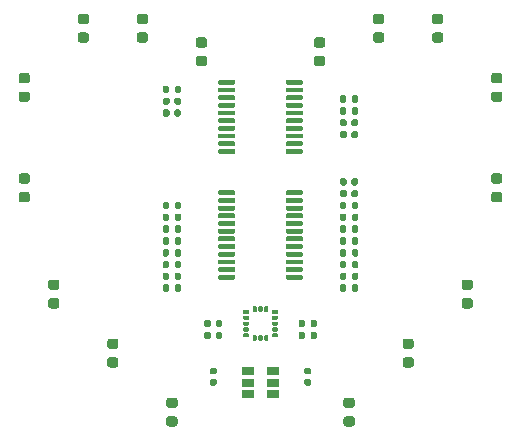
<source format=gbr>
%TF.GenerationSoftware,KiCad,Pcbnew,(5.1.9)-1*%
%TF.CreationDate,2021-12-27T23:36:38+01:00*%
%TF.ProjectId,heart,68656172-742e-46b6-9963-61645f706362,rev?*%
%TF.SameCoordinates,Original*%
%TF.FileFunction,Paste,Top*%
%TF.FilePolarity,Positive*%
%FSLAX46Y46*%
G04 Gerber Fmt 4.6, Leading zero omitted, Abs format (unit mm)*
G04 Created by KiCad (PCBNEW (5.1.9)-1) date 2021-12-27 23:36:38*
%MOMM*%
%LPD*%
G01*
G04 APERTURE LIST*
%ADD10R,1.060000X0.650000*%
G04 APERTURE END LIST*
%TO.C,U2*%
G36*
G01*
X52125000Y-74025000D02*
X52125000Y-73825000D01*
G75*
G02*
X52225000Y-73725000I100000J0D01*
G01*
X53500000Y-73725000D01*
G75*
G02*
X53600000Y-73825000I0J-100000D01*
G01*
X53600000Y-74025000D01*
G75*
G02*
X53500000Y-74125000I-100000J0D01*
G01*
X52225000Y-74125000D01*
G75*
G02*
X52125000Y-74025000I0J100000D01*
G01*
G37*
G36*
G01*
X52125000Y-74675000D02*
X52125000Y-74475000D01*
G75*
G02*
X52225000Y-74375000I100000J0D01*
G01*
X53500000Y-74375000D01*
G75*
G02*
X53600000Y-74475000I0J-100000D01*
G01*
X53600000Y-74675000D01*
G75*
G02*
X53500000Y-74775000I-100000J0D01*
G01*
X52225000Y-74775000D01*
G75*
G02*
X52125000Y-74675000I0J100000D01*
G01*
G37*
G36*
G01*
X52125000Y-75325000D02*
X52125000Y-75125000D01*
G75*
G02*
X52225000Y-75025000I100000J0D01*
G01*
X53500000Y-75025000D01*
G75*
G02*
X53600000Y-75125000I0J-100000D01*
G01*
X53600000Y-75325000D01*
G75*
G02*
X53500000Y-75425000I-100000J0D01*
G01*
X52225000Y-75425000D01*
G75*
G02*
X52125000Y-75325000I0J100000D01*
G01*
G37*
G36*
G01*
X52125000Y-75975000D02*
X52125000Y-75775000D01*
G75*
G02*
X52225000Y-75675000I100000J0D01*
G01*
X53500000Y-75675000D01*
G75*
G02*
X53600000Y-75775000I0J-100000D01*
G01*
X53600000Y-75975000D01*
G75*
G02*
X53500000Y-76075000I-100000J0D01*
G01*
X52225000Y-76075000D01*
G75*
G02*
X52125000Y-75975000I0J100000D01*
G01*
G37*
G36*
G01*
X52125000Y-76625000D02*
X52125000Y-76425000D01*
G75*
G02*
X52225000Y-76325000I100000J0D01*
G01*
X53500000Y-76325000D01*
G75*
G02*
X53600000Y-76425000I0J-100000D01*
G01*
X53600000Y-76625000D01*
G75*
G02*
X53500000Y-76725000I-100000J0D01*
G01*
X52225000Y-76725000D01*
G75*
G02*
X52125000Y-76625000I0J100000D01*
G01*
G37*
G36*
G01*
X52125000Y-77275000D02*
X52125000Y-77075000D01*
G75*
G02*
X52225000Y-76975000I100000J0D01*
G01*
X53500000Y-76975000D01*
G75*
G02*
X53600000Y-77075000I0J-100000D01*
G01*
X53600000Y-77275000D01*
G75*
G02*
X53500000Y-77375000I-100000J0D01*
G01*
X52225000Y-77375000D01*
G75*
G02*
X52125000Y-77275000I0J100000D01*
G01*
G37*
G36*
G01*
X52125000Y-77925000D02*
X52125000Y-77725000D01*
G75*
G02*
X52225000Y-77625000I100000J0D01*
G01*
X53500000Y-77625000D01*
G75*
G02*
X53600000Y-77725000I0J-100000D01*
G01*
X53600000Y-77925000D01*
G75*
G02*
X53500000Y-78025000I-100000J0D01*
G01*
X52225000Y-78025000D01*
G75*
G02*
X52125000Y-77925000I0J100000D01*
G01*
G37*
G36*
G01*
X52125000Y-78575000D02*
X52125000Y-78375000D01*
G75*
G02*
X52225000Y-78275000I100000J0D01*
G01*
X53500000Y-78275000D01*
G75*
G02*
X53600000Y-78375000I0J-100000D01*
G01*
X53600000Y-78575000D01*
G75*
G02*
X53500000Y-78675000I-100000J0D01*
G01*
X52225000Y-78675000D01*
G75*
G02*
X52125000Y-78575000I0J100000D01*
G01*
G37*
G36*
G01*
X52125000Y-79225000D02*
X52125000Y-79025000D01*
G75*
G02*
X52225000Y-78925000I100000J0D01*
G01*
X53500000Y-78925000D01*
G75*
G02*
X53600000Y-79025000I0J-100000D01*
G01*
X53600000Y-79225000D01*
G75*
G02*
X53500000Y-79325000I-100000J0D01*
G01*
X52225000Y-79325000D01*
G75*
G02*
X52125000Y-79225000I0J100000D01*
G01*
G37*
G36*
G01*
X52125000Y-79875000D02*
X52125000Y-79675000D01*
G75*
G02*
X52225000Y-79575000I100000J0D01*
G01*
X53500000Y-79575000D01*
G75*
G02*
X53600000Y-79675000I0J-100000D01*
G01*
X53600000Y-79875000D01*
G75*
G02*
X53500000Y-79975000I-100000J0D01*
G01*
X52225000Y-79975000D01*
G75*
G02*
X52125000Y-79875000I0J100000D01*
G01*
G37*
G36*
G01*
X52125000Y-80525000D02*
X52125000Y-80325000D01*
G75*
G02*
X52225000Y-80225000I100000J0D01*
G01*
X53500000Y-80225000D01*
G75*
G02*
X53600000Y-80325000I0J-100000D01*
G01*
X53600000Y-80525000D01*
G75*
G02*
X53500000Y-80625000I-100000J0D01*
G01*
X52225000Y-80625000D01*
G75*
G02*
X52125000Y-80525000I0J100000D01*
G01*
G37*
G36*
G01*
X52125000Y-81175000D02*
X52125000Y-80975000D01*
G75*
G02*
X52225000Y-80875000I100000J0D01*
G01*
X53500000Y-80875000D01*
G75*
G02*
X53600000Y-80975000I0J-100000D01*
G01*
X53600000Y-81175000D01*
G75*
G02*
X53500000Y-81275000I-100000J0D01*
G01*
X52225000Y-81275000D01*
G75*
G02*
X52125000Y-81175000I0J100000D01*
G01*
G37*
G36*
G01*
X46400000Y-81175000D02*
X46400000Y-80975000D01*
G75*
G02*
X46500000Y-80875000I100000J0D01*
G01*
X47775000Y-80875000D01*
G75*
G02*
X47875000Y-80975000I0J-100000D01*
G01*
X47875000Y-81175000D01*
G75*
G02*
X47775000Y-81275000I-100000J0D01*
G01*
X46500000Y-81275000D01*
G75*
G02*
X46400000Y-81175000I0J100000D01*
G01*
G37*
G36*
G01*
X46400000Y-80525000D02*
X46400000Y-80325000D01*
G75*
G02*
X46500000Y-80225000I100000J0D01*
G01*
X47775000Y-80225000D01*
G75*
G02*
X47875000Y-80325000I0J-100000D01*
G01*
X47875000Y-80525000D01*
G75*
G02*
X47775000Y-80625000I-100000J0D01*
G01*
X46500000Y-80625000D01*
G75*
G02*
X46400000Y-80525000I0J100000D01*
G01*
G37*
G36*
G01*
X46400000Y-79875000D02*
X46400000Y-79675000D01*
G75*
G02*
X46500000Y-79575000I100000J0D01*
G01*
X47775000Y-79575000D01*
G75*
G02*
X47875000Y-79675000I0J-100000D01*
G01*
X47875000Y-79875000D01*
G75*
G02*
X47775000Y-79975000I-100000J0D01*
G01*
X46500000Y-79975000D01*
G75*
G02*
X46400000Y-79875000I0J100000D01*
G01*
G37*
G36*
G01*
X46400000Y-79225000D02*
X46400000Y-79025000D01*
G75*
G02*
X46500000Y-78925000I100000J0D01*
G01*
X47775000Y-78925000D01*
G75*
G02*
X47875000Y-79025000I0J-100000D01*
G01*
X47875000Y-79225000D01*
G75*
G02*
X47775000Y-79325000I-100000J0D01*
G01*
X46500000Y-79325000D01*
G75*
G02*
X46400000Y-79225000I0J100000D01*
G01*
G37*
G36*
G01*
X46400000Y-78575000D02*
X46400000Y-78375000D01*
G75*
G02*
X46500000Y-78275000I100000J0D01*
G01*
X47775000Y-78275000D01*
G75*
G02*
X47875000Y-78375000I0J-100000D01*
G01*
X47875000Y-78575000D01*
G75*
G02*
X47775000Y-78675000I-100000J0D01*
G01*
X46500000Y-78675000D01*
G75*
G02*
X46400000Y-78575000I0J100000D01*
G01*
G37*
G36*
G01*
X46400000Y-77925000D02*
X46400000Y-77725000D01*
G75*
G02*
X46500000Y-77625000I100000J0D01*
G01*
X47775000Y-77625000D01*
G75*
G02*
X47875000Y-77725000I0J-100000D01*
G01*
X47875000Y-77925000D01*
G75*
G02*
X47775000Y-78025000I-100000J0D01*
G01*
X46500000Y-78025000D01*
G75*
G02*
X46400000Y-77925000I0J100000D01*
G01*
G37*
G36*
G01*
X46400000Y-77275000D02*
X46400000Y-77075000D01*
G75*
G02*
X46500000Y-76975000I100000J0D01*
G01*
X47775000Y-76975000D01*
G75*
G02*
X47875000Y-77075000I0J-100000D01*
G01*
X47875000Y-77275000D01*
G75*
G02*
X47775000Y-77375000I-100000J0D01*
G01*
X46500000Y-77375000D01*
G75*
G02*
X46400000Y-77275000I0J100000D01*
G01*
G37*
G36*
G01*
X46400000Y-76625000D02*
X46400000Y-76425000D01*
G75*
G02*
X46500000Y-76325000I100000J0D01*
G01*
X47775000Y-76325000D01*
G75*
G02*
X47875000Y-76425000I0J-100000D01*
G01*
X47875000Y-76625000D01*
G75*
G02*
X47775000Y-76725000I-100000J0D01*
G01*
X46500000Y-76725000D01*
G75*
G02*
X46400000Y-76625000I0J100000D01*
G01*
G37*
G36*
G01*
X46400000Y-75975000D02*
X46400000Y-75775000D01*
G75*
G02*
X46500000Y-75675000I100000J0D01*
G01*
X47775000Y-75675000D01*
G75*
G02*
X47875000Y-75775000I0J-100000D01*
G01*
X47875000Y-75975000D01*
G75*
G02*
X47775000Y-76075000I-100000J0D01*
G01*
X46500000Y-76075000D01*
G75*
G02*
X46400000Y-75975000I0J100000D01*
G01*
G37*
G36*
G01*
X46400000Y-75325000D02*
X46400000Y-75125000D01*
G75*
G02*
X46500000Y-75025000I100000J0D01*
G01*
X47775000Y-75025000D01*
G75*
G02*
X47875000Y-75125000I0J-100000D01*
G01*
X47875000Y-75325000D01*
G75*
G02*
X47775000Y-75425000I-100000J0D01*
G01*
X46500000Y-75425000D01*
G75*
G02*
X46400000Y-75325000I0J100000D01*
G01*
G37*
G36*
G01*
X46400000Y-74675000D02*
X46400000Y-74475000D01*
G75*
G02*
X46500000Y-74375000I100000J0D01*
G01*
X47775000Y-74375000D01*
G75*
G02*
X47875000Y-74475000I0J-100000D01*
G01*
X47875000Y-74675000D01*
G75*
G02*
X47775000Y-74775000I-100000J0D01*
G01*
X46500000Y-74775000D01*
G75*
G02*
X46400000Y-74675000I0J100000D01*
G01*
G37*
G36*
G01*
X46400000Y-74025000D02*
X46400000Y-73825000D01*
G75*
G02*
X46500000Y-73725000I100000J0D01*
G01*
X47775000Y-73725000D01*
G75*
G02*
X47875000Y-73825000I0J-100000D01*
G01*
X47875000Y-74025000D01*
G75*
G02*
X47775000Y-74125000I-100000J0D01*
G01*
X46500000Y-74125000D01*
G75*
G02*
X46400000Y-74025000I0J100000D01*
G01*
G37*
%TD*%
D10*
%TO.C,U4*%
X51100000Y-90000000D03*
X51100000Y-89050000D03*
X51100000Y-90950000D03*
X48900000Y-90950000D03*
X48900000Y-90000000D03*
X48900000Y-89050000D03*
%TD*%
%TO.C,C11*%
G36*
G01*
X46170000Y-89300000D02*
X45830000Y-89300000D01*
G75*
G02*
X45690000Y-89160000I0J140000D01*
G01*
X45690000Y-88880000D01*
G75*
G02*
X45830000Y-88740000I140000J0D01*
G01*
X46170000Y-88740000D01*
G75*
G02*
X46310000Y-88880000I0J-140000D01*
G01*
X46310000Y-89160000D01*
G75*
G02*
X46170000Y-89300000I-140000J0D01*
G01*
G37*
G36*
G01*
X46170000Y-90260000D02*
X45830000Y-90260000D01*
G75*
G02*
X45690000Y-90120000I0J140000D01*
G01*
X45690000Y-89840000D01*
G75*
G02*
X45830000Y-89700000I140000J0D01*
G01*
X46170000Y-89700000D01*
G75*
G02*
X46310000Y-89840000I0J-140000D01*
G01*
X46310000Y-90120000D01*
G75*
G02*
X46170000Y-90260000I-140000J0D01*
G01*
G37*
%TD*%
%TO.C,C10*%
G36*
G01*
X54170000Y-89300000D02*
X53830000Y-89300000D01*
G75*
G02*
X53690000Y-89160000I0J140000D01*
G01*
X53690000Y-88880000D01*
G75*
G02*
X53830000Y-88740000I140000J0D01*
G01*
X54170000Y-88740000D01*
G75*
G02*
X54310000Y-88880000I0J-140000D01*
G01*
X54310000Y-89160000D01*
G75*
G02*
X54170000Y-89300000I-140000J0D01*
G01*
G37*
G36*
G01*
X54170000Y-90260000D02*
X53830000Y-90260000D01*
G75*
G02*
X53690000Y-90120000I0J140000D01*
G01*
X53690000Y-89840000D01*
G75*
G02*
X53830000Y-89700000I140000J0D01*
G01*
X54170000Y-89700000D01*
G75*
G02*
X54310000Y-89840000I0J-140000D01*
G01*
X54310000Y-90120000D01*
G75*
G02*
X54170000Y-90260000I-140000J0D01*
G01*
G37*
%TD*%
%TO.C,D4*%
G36*
G01*
X30256250Y-73150000D02*
X29743750Y-73150000D01*
G75*
G02*
X29525000Y-72931250I0J218750D01*
G01*
X29525000Y-72493750D01*
G75*
G02*
X29743750Y-72275000I218750J0D01*
G01*
X30256250Y-72275000D01*
G75*
G02*
X30475000Y-72493750I0J-218750D01*
G01*
X30475000Y-72931250D01*
G75*
G02*
X30256250Y-73150000I-218750J0D01*
G01*
G37*
G36*
G01*
X30256250Y-74725000D02*
X29743750Y-74725000D01*
G75*
G02*
X29525000Y-74506250I0J218750D01*
G01*
X29525000Y-74068750D01*
G75*
G02*
X29743750Y-73850000I218750J0D01*
G01*
X30256250Y-73850000D01*
G75*
G02*
X30475000Y-74068750I0J-218750D01*
G01*
X30475000Y-74506250D01*
G75*
G02*
X30256250Y-74725000I-218750J0D01*
G01*
G37*
%TD*%
%TO.C,D7*%
G36*
G01*
X42756250Y-92150000D02*
X42243750Y-92150000D01*
G75*
G02*
X42025000Y-91931250I0J218750D01*
G01*
X42025000Y-91493750D01*
G75*
G02*
X42243750Y-91275000I218750J0D01*
G01*
X42756250Y-91275000D01*
G75*
G02*
X42975000Y-91493750I0J-218750D01*
G01*
X42975000Y-91931250D01*
G75*
G02*
X42756250Y-92150000I-218750J0D01*
G01*
G37*
G36*
G01*
X42756250Y-93725000D02*
X42243750Y-93725000D01*
G75*
G02*
X42025000Y-93506250I0J218750D01*
G01*
X42025000Y-93068750D01*
G75*
G02*
X42243750Y-92850000I218750J0D01*
G01*
X42756250Y-92850000D01*
G75*
G02*
X42975000Y-93068750I0J-218750D01*
G01*
X42975000Y-93506250D01*
G75*
G02*
X42756250Y-93725000I-218750J0D01*
G01*
G37*
%TD*%
%TO.C,R26*%
G36*
G01*
X53760000Y-85815000D02*
X53760000Y-86185000D01*
G75*
G02*
X53625000Y-86320000I-135000J0D01*
G01*
X53355000Y-86320000D01*
G75*
G02*
X53220000Y-86185000I0J135000D01*
G01*
X53220000Y-85815000D01*
G75*
G02*
X53355000Y-85680000I135000J0D01*
G01*
X53625000Y-85680000D01*
G75*
G02*
X53760000Y-85815000I0J-135000D01*
G01*
G37*
G36*
G01*
X54780000Y-85815000D02*
X54780000Y-86185000D01*
G75*
G02*
X54645000Y-86320000I-135000J0D01*
G01*
X54375000Y-86320000D01*
G75*
G02*
X54240000Y-86185000I0J135000D01*
G01*
X54240000Y-85815000D01*
G75*
G02*
X54375000Y-85680000I135000J0D01*
G01*
X54645000Y-85680000D01*
G75*
G02*
X54780000Y-85815000I0J-135000D01*
G01*
G37*
%TD*%
%TO.C,R25*%
G36*
G01*
X54240000Y-85185000D02*
X54240000Y-84815000D01*
G75*
G02*
X54375000Y-84680000I135000J0D01*
G01*
X54645000Y-84680000D01*
G75*
G02*
X54780000Y-84815000I0J-135000D01*
G01*
X54780000Y-85185000D01*
G75*
G02*
X54645000Y-85320000I-135000J0D01*
G01*
X54375000Y-85320000D01*
G75*
G02*
X54240000Y-85185000I0J135000D01*
G01*
G37*
G36*
G01*
X53220000Y-85185000D02*
X53220000Y-84815000D01*
G75*
G02*
X53355000Y-84680000I135000J0D01*
G01*
X53625000Y-84680000D01*
G75*
G02*
X53760000Y-84815000I0J-135000D01*
G01*
X53760000Y-85185000D01*
G75*
G02*
X53625000Y-85320000I-135000J0D01*
G01*
X53355000Y-85320000D01*
G75*
G02*
X53220000Y-85185000I0J135000D01*
G01*
G37*
%TD*%
%TO.C,R15*%
G36*
G01*
X57740000Y-75185000D02*
X57740000Y-74815000D01*
G75*
G02*
X57875000Y-74680000I135000J0D01*
G01*
X58145000Y-74680000D01*
G75*
G02*
X58280000Y-74815000I0J-135000D01*
G01*
X58280000Y-75185000D01*
G75*
G02*
X58145000Y-75320000I-135000J0D01*
G01*
X57875000Y-75320000D01*
G75*
G02*
X57740000Y-75185000I0J135000D01*
G01*
G37*
G36*
G01*
X56720000Y-75185000D02*
X56720000Y-74815000D01*
G75*
G02*
X56855000Y-74680000I135000J0D01*
G01*
X57125000Y-74680000D01*
G75*
G02*
X57260000Y-74815000I0J-135000D01*
G01*
X57260000Y-75185000D01*
G75*
G02*
X57125000Y-75320000I-135000J0D01*
G01*
X56855000Y-75320000D01*
G75*
G02*
X56720000Y-75185000I0J135000D01*
G01*
G37*
%TD*%
%TO.C,R14*%
G36*
G01*
X57740000Y-76185000D02*
X57740000Y-75815000D01*
G75*
G02*
X57875000Y-75680000I135000J0D01*
G01*
X58145000Y-75680000D01*
G75*
G02*
X58280000Y-75815000I0J-135000D01*
G01*
X58280000Y-76185000D01*
G75*
G02*
X58145000Y-76320000I-135000J0D01*
G01*
X57875000Y-76320000D01*
G75*
G02*
X57740000Y-76185000I0J135000D01*
G01*
G37*
G36*
G01*
X56720000Y-76185000D02*
X56720000Y-75815000D01*
G75*
G02*
X56855000Y-75680000I135000J0D01*
G01*
X57125000Y-75680000D01*
G75*
G02*
X57260000Y-75815000I0J-135000D01*
G01*
X57260000Y-76185000D01*
G75*
G02*
X57125000Y-76320000I-135000J0D01*
G01*
X56855000Y-76320000D01*
G75*
G02*
X56720000Y-76185000I0J135000D01*
G01*
G37*
%TD*%
%TO.C,R13*%
G36*
G01*
X57740000Y-77185000D02*
X57740000Y-76815000D01*
G75*
G02*
X57875000Y-76680000I135000J0D01*
G01*
X58145000Y-76680000D01*
G75*
G02*
X58280000Y-76815000I0J-135000D01*
G01*
X58280000Y-77185000D01*
G75*
G02*
X58145000Y-77320000I-135000J0D01*
G01*
X57875000Y-77320000D01*
G75*
G02*
X57740000Y-77185000I0J135000D01*
G01*
G37*
G36*
G01*
X56720000Y-77185000D02*
X56720000Y-76815000D01*
G75*
G02*
X56855000Y-76680000I135000J0D01*
G01*
X57125000Y-76680000D01*
G75*
G02*
X57260000Y-76815000I0J-135000D01*
G01*
X57260000Y-77185000D01*
G75*
G02*
X57125000Y-77320000I-135000J0D01*
G01*
X56855000Y-77320000D01*
G75*
G02*
X56720000Y-77185000I0J135000D01*
G01*
G37*
%TD*%
%TO.C,R12*%
G36*
G01*
X57740000Y-78185000D02*
X57740000Y-77815000D01*
G75*
G02*
X57875000Y-77680000I135000J0D01*
G01*
X58145000Y-77680000D01*
G75*
G02*
X58280000Y-77815000I0J-135000D01*
G01*
X58280000Y-78185000D01*
G75*
G02*
X58145000Y-78320000I-135000J0D01*
G01*
X57875000Y-78320000D01*
G75*
G02*
X57740000Y-78185000I0J135000D01*
G01*
G37*
G36*
G01*
X56720000Y-78185000D02*
X56720000Y-77815000D01*
G75*
G02*
X56855000Y-77680000I135000J0D01*
G01*
X57125000Y-77680000D01*
G75*
G02*
X57260000Y-77815000I0J-135000D01*
G01*
X57260000Y-78185000D01*
G75*
G02*
X57125000Y-78320000I-135000J0D01*
G01*
X56855000Y-78320000D01*
G75*
G02*
X56720000Y-78185000I0J135000D01*
G01*
G37*
%TD*%
%TO.C,R11*%
G36*
G01*
X57740000Y-79185000D02*
X57740000Y-78815000D01*
G75*
G02*
X57875000Y-78680000I135000J0D01*
G01*
X58145000Y-78680000D01*
G75*
G02*
X58280000Y-78815000I0J-135000D01*
G01*
X58280000Y-79185000D01*
G75*
G02*
X58145000Y-79320000I-135000J0D01*
G01*
X57875000Y-79320000D01*
G75*
G02*
X57740000Y-79185000I0J135000D01*
G01*
G37*
G36*
G01*
X56720000Y-79185000D02*
X56720000Y-78815000D01*
G75*
G02*
X56855000Y-78680000I135000J0D01*
G01*
X57125000Y-78680000D01*
G75*
G02*
X57260000Y-78815000I0J-135000D01*
G01*
X57260000Y-79185000D01*
G75*
G02*
X57125000Y-79320000I-135000J0D01*
G01*
X56855000Y-79320000D01*
G75*
G02*
X56720000Y-79185000I0J135000D01*
G01*
G37*
%TD*%
%TO.C,R10*%
G36*
G01*
X57740000Y-80185000D02*
X57740000Y-79815000D01*
G75*
G02*
X57875000Y-79680000I135000J0D01*
G01*
X58145000Y-79680000D01*
G75*
G02*
X58280000Y-79815000I0J-135000D01*
G01*
X58280000Y-80185000D01*
G75*
G02*
X58145000Y-80320000I-135000J0D01*
G01*
X57875000Y-80320000D01*
G75*
G02*
X57740000Y-80185000I0J135000D01*
G01*
G37*
G36*
G01*
X56720000Y-80185000D02*
X56720000Y-79815000D01*
G75*
G02*
X56855000Y-79680000I135000J0D01*
G01*
X57125000Y-79680000D01*
G75*
G02*
X57260000Y-79815000I0J-135000D01*
G01*
X57260000Y-80185000D01*
G75*
G02*
X57125000Y-80320000I-135000J0D01*
G01*
X56855000Y-80320000D01*
G75*
G02*
X56720000Y-80185000I0J135000D01*
G01*
G37*
%TD*%
%TO.C,R9*%
G36*
G01*
X57740000Y-81185000D02*
X57740000Y-80815000D01*
G75*
G02*
X57875000Y-80680000I135000J0D01*
G01*
X58145000Y-80680000D01*
G75*
G02*
X58280000Y-80815000I0J-135000D01*
G01*
X58280000Y-81185000D01*
G75*
G02*
X58145000Y-81320000I-135000J0D01*
G01*
X57875000Y-81320000D01*
G75*
G02*
X57740000Y-81185000I0J135000D01*
G01*
G37*
G36*
G01*
X56720000Y-81185000D02*
X56720000Y-80815000D01*
G75*
G02*
X56855000Y-80680000I135000J0D01*
G01*
X57125000Y-80680000D01*
G75*
G02*
X57260000Y-80815000I0J-135000D01*
G01*
X57260000Y-81185000D01*
G75*
G02*
X57125000Y-81320000I-135000J0D01*
G01*
X56855000Y-81320000D01*
G75*
G02*
X56720000Y-81185000I0J135000D01*
G01*
G37*
%TD*%
%TO.C,R8*%
G36*
G01*
X57740000Y-82185000D02*
X57740000Y-81815000D01*
G75*
G02*
X57875000Y-81680000I135000J0D01*
G01*
X58145000Y-81680000D01*
G75*
G02*
X58280000Y-81815000I0J-135000D01*
G01*
X58280000Y-82185000D01*
G75*
G02*
X58145000Y-82320000I-135000J0D01*
G01*
X57875000Y-82320000D01*
G75*
G02*
X57740000Y-82185000I0J135000D01*
G01*
G37*
G36*
G01*
X56720000Y-82185000D02*
X56720000Y-81815000D01*
G75*
G02*
X56855000Y-81680000I135000J0D01*
G01*
X57125000Y-81680000D01*
G75*
G02*
X57260000Y-81815000I0J-135000D01*
G01*
X57260000Y-82185000D01*
G75*
G02*
X57125000Y-82320000I-135000J0D01*
G01*
X56855000Y-82320000D01*
G75*
G02*
X56720000Y-82185000I0J135000D01*
G01*
G37*
%TD*%
%TO.C,R7*%
G36*
G01*
X42260000Y-81815000D02*
X42260000Y-82185000D01*
G75*
G02*
X42125000Y-82320000I-135000J0D01*
G01*
X41855000Y-82320000D01*
G75*
G02*
X41720000Y-82185000I0J135000D01*
G01*
X41720000Y-81815000D01*
G75*
G02*
X41855000Y-81680000I135000J0D01*
G01*
X42125000Y-81680000D01*
G75*
G02*
X42260000Y-81815000I0J-135000D01*
G01*
G37*
G36*
G01*
X43280000Y-81815000D02*
X43280000Y-82185000D01*
G75*
G02*
X43145000Y-82320000I-135000J0D01*
G01*
X42875000Y-82320000D01*
G75*
G02*
X42740000Y-82185000I0J135000D01*
G01*
X42740000Y-81815000D01*
G75*
G02*
X42875000Y-81680000I135000J0D01*
G01*
X43145000Y-81680000D01*
G75*
G02*
X43280000Y-81815000I0J-135000D01*
G01*
G37*
%TD*%
%TO.C,R6*%
G36*
G01*
X42260000Y-80815000D02*
X42260000Y-81185000D01*
G75*
G02*
X42125000Y-81320000I-135000J0D01*
G01*
X41855000Y-81320000D01*
G75*
G02*
X41720000Y-81185000I0J135000D01*
G01*
X41720000Y-80815000D01*
G75*
G02*
X41855000Y-80680000I135000J0D01*
G01*
X42125000Y-80680000D01*
G75*
G02*
X42260000Y-80815000I0J-135000D01*
G01*
G37*
G36*
G01*
X43280000Y-80815000D02*
X43280000Y-81185000D01*
G75*
G02*
X43145000Y-81320000I-135000J0D01*
G01*
X42875000Y-81320000D01*
G75*
G02*
X42740000Y-81185000I0J135000D01*
G01*
X42740000Y-80815000D01*
G75*
G02*
X42875000Y-80680000I135000J0D01*
G01*
X43145000Y-80680000D01*
G75*
G02*
X43280000Y-80815000I0J-135000D01*
G01*
G37*
%TD*%
%TO.C,R5*%
G36*
G01*
X42260000Y-79815000D02*
X42260000Y-80185000D01*
G75*
G02*
X42125000Y-80320000I-135000J0D01*
G01*
X41855000Y-80320000D01*
G75*
G02*
X41720000Y-80185000I0J135000D01*
G01*
X41720000Y-79815000D01*
G75*
G02*
X41855000Y-79680000I135000J0D01*
G01*
X42125000Y-79680000D01*
G75*
G02*
X42260000Y-79815000I0J-135000D01*
G01*
G37*
G36*
G01*
X43280000Y-79815000D02*
X43280000Y-80185000D01*
G75*
G02*
X43145000Y-80320000I-135000J0D01*
G01*
X42875000Y-80320000D01*
G75*
G02*
X42740000Y-80185000I0J135000D01*
G01*
X42740000Y-79815000D01*
G75*
G02*
X42875000Y-79680000I135000J0D01*
G01*
X43145000Y-79680000D01*
G75*
G02*
X43280000Y-79815000I0J-135000D01*
G01*
G37*
%TD*%
%TO.C,R4*%
G36*
G01*
X42260000Y-78815000D02*
X42260000Y-79185000D01*
G75*
G02*
X42125000Y-79320000I-135000J0D01*
G01*
X41855000Y-79320000D01*
G75*
G02*
X41720000Y-79185000I0J135000D01*
G01*
X41720000Y-78815000D01*
G75*
G02*
X41855000Y-78680000I135000J0D01*
G01*
X42125000Y-78680000D01*
G75*
G02*
X42260000Y-78815000I0J-135000D01*
G01*
G37*
G36*
G01*
X43280000Y-78815000D02*
X43280000Y-79185000D01*
G75*
G02*
X43145000Y-79320000I-135000J0D01*
G01*
X42875000Y-79320000D01*
G75*
G02*
X42740000Y-79185000I0J135000D01*
G01*
X42740000Y-78815000D01*
G75*
G02*
X42875000Y-78680000I135000J0D01*
G01*
X43145000Y-78680000D01*
G75*
G02*
X43280000Y-78815000I0J-135000D01*
G01*
G37*
%TD*%
%TO.C,R0*%
G36*
G01*
X42260000Y-74815000D02*
X42260000Y-75185000D01*
G75*
G02*
X42125000Y-75320000I-135000J0D01*
G01*
X41855000Y-75320000D01*
G75*
G02*
X41720000Y-75185000I0J135000D01*
G01*
X41720000Y-74815000D01*
G75*
G02*
X41855000Y-74680000I135000J0D01*
G01*
X42125000Y-74680000D01*
G75*
G02*
X42260000Y-74815000I0J-135000D01*
G01*
G37*
G36*
G01*
X43280000Y-74815000D02*
X43280000Y-75185000D01*
G75*
G02*
X43145000Y-75320000I-135000J0D01*
G01*
X42875000Y-75320000D01*
G75*
G02*
X42740000Y-75185000I0J135000D01*
G01*
X42740000Y-74815000D01*
G75*
G02*
X42875000Y-74680000I135000J0D01*
G01*
X43145000Y-74680000D01*
G75*
G02*
X43280000Y-74815000I0J-135000D01*
G01*
G37*
%TD*%
%TO.C,R1*%
G36*
G01*
X42260000Y-75815000D02*
X42260000Y-76185000D01*
G75*
G02*
X42125000Y-76320000I-135000J0D01*
G01*
X41855000Y-76320000D01*
G75*
G02*
X41720000Y-76185000I0J135000D01*
G01*
X41720000Y-75815000D01*
G75*
G02*
X41855000Y-75680000I135000J0D01*
G01*
X42125000Y-75680000D01*
G75*
G02*
X42260000Y-75815000I0J-135000D01*
G01*
G37*
G36*
G01*
X43280000Y-75815000D02*
X43280000Y-76185000D01*
G75*
G02*
X43145000Y-76320000I-135000J0D01*
G01*
X42875000Y-76320000D01*
G75*
G02*
X42740000Y-76185000I0J135000D01*
G01*
X42740000Y-75815000D01*
G75*
G02*
X42875000Y-75680000I135000J0D01*
G01*
X43145000Y-75680000D01*
G75*
G02*
X43280000Y-75815000I0J-135000D01*
G01*
G37*
%TD*%
%TO.C,R3*%
G36*
G01*
X42260000Y-77815000D02*
X42260000Y-78185000D01*
G75*
G02*
X42125000Y-78320000I-135000J0D01*
G01*
X41855000Y-78320000D01*
G75*
G02*
X41720000Y-78185000I0J135000D01*
G01*
X41720000Y-77815000D01*
G75*
G02*
X41855000Y-77680000I135000J0D01*
G01*
X42125000Y-77680000D01*
G75*
G02*
X42260000Y-77815000I0J-135000D01*
G01*
G37*
G36*
G01*
X43280000Y-77815000D02*
X43280000Y-78185000D01*
G75*
G02*
X43145000Y-78320000I-135000J0D01*
G01*
X42875000Y-78320000D01*
G75*
G02*
X42740000Y-78185000I0J135000D01*
G01*
X42740000Y-77815000D01*
G75*
G02*
X42875000Y-77680000I135000J0D01*
G01*
X43145000Y-77680000D01*
G75*
G02*
X43280000Y-77815000I0J-135000D01*
G01*
G37*
%TD*%
%TO.C,R2*%
G36*
G01*
X42260000Y-76815000D02*
X42260000Y-77185000D01*
G75*
G02*
X42125000Y-77320000I-135000J0D01*
G01*
X41855000Y-77320000D01*
G75*
G02*
X41720000Y-77185000I0J135000D01*
G01*
X41720000Y-76815000D01*
G75*
G02*
X41855000Y-76680000I135000J0D01*
G01*
X42125000Y-76680000D01*
G75*
G02*
X42260000Y-76815000I0J-135000D01*
G01*
G37*
G36*
G01*
X43280000Y-76815000D02*
X43280000Y-77185000D01*
G75*
G02*
X43145000Y-77320000I-135000J0D01*
G01*
X42875000Y-77320000D01*
G75*
G02*
X42740000Y-77185000I0J135000D01*
G01*
X42740000Y-76815000D01*
G75*
G02*
X42875000Y-76680000I135000J0D01*
G01*
X43145000Y-76680000D01*
G75*
G02*
X43280000Y-76815000I0J-135000D01*
G01*
G37*
%TD*%
%TO.C,R23*%
G36*
G01*
X57260000Y-65815000D02*
X57260000Y-66185000D01*
G75*
G02*
X57125000Y-66320000I-135000J0D01*
G01*
X56855000Y-66320000D01*
G75*
G02*
X56720000Y-66185000I0J135000D01*
G01*
X56720000Y-65815000D01*
G75*
G02*
X56855000Y-65680000I135000J0D01*
G01*
X57125000Y-65680000D01*
G75*
G02*
X57260000Y-65815000I0J-135000D01*
G01*
G37*
G36*
G01*
X58280000Y-65815000D02*
X58280000Y-66185000D01*
G75*
G02*
X58145000Y-66320000I-135000J0D01*
G01*
X57875000Y-66320000D01*
G75*
G02*
X57740000Y-66185000I0J135000D01*
G01*
X57740000Y-65815000D01*
G75*
G02*
X57875000Y-65680000I135000J0D01*
G01*
X58145000Y-65680000D01*
G75*
G02*
X58280000Y-65815000I0J-135000D01*
G01*
G37*
%TD*%
%TO.C,R22*%
G36*
G01*
X57740000Y-67185000D02*
X57740000Y-66815000D01*
G75*
G02*
X57875000Y-66680000I135000J0D01*
G01*
X58145000Y-66680000D01*
G75*
G02*
X58280000Y-66815000I0J-135000D01*
G01*
X58280000Y-67185000D01*
G75*
G02*
X58145000Y-67320000I-135000J0D01*
G01*
X57875000Y-67320000D01*
G75*
G02*
X57740000Y-67185000I0J135000D01*
G01*
G37*
G36*
G01*
X56720000Y-67185000D02*
X56720000Y-66815000D01*
G75*
G02*
X56855000Y-66680000I135000J0D01*
G01*
X57125000Y-66680000D01*
G75*
G02*
X57260000Y-66815000I0J-135000D01*
G01*
X57260000Y-67185000D01*
G75*
G02*
X57125000Y-67320000I-135000J0D01*
G01*
X56855000Y-67320000D01*
G75*
G02*
X56720000Y-67185000I0J135000D01*
G01*
G37*
%TD*%
%TO.C,R21*%
G36*
G01*
X42740000Y-65360000D02*
X42740000Y-64990000D01*
G75*
G02*
X42875000Y-64855000I135000J0D01*
G01*
X43145000Y-64855000D01*
G75*
G02*
X43280000Y-64990000I0J-135000D01*
G01*
X43280000Y-65360000D01*
G75*
G02*
X43145000Y-65495000I-135000J0D01*
G01*
X42875000Y-65495000D01*
G75*
G02*
X42740000Y-65360000I0J135000D01*
G01*
G37*
G36*
G01*
X41720000Y-65360000D02*
X41720000Y-64990000D01*
G75*
G02*
X41855000Y-64855000I135000J0D01*
G01*
X42125000Y-64855000D01*
G75*
G02*
X42260000Y-64990000I0J-135000D01*
G01*
X42260000Y-65360000D01*
G75*
G02*
X42125000Y-65495000I-135000J0D01*
G01*
X41855000Y-65495000D01*
G75*
G02*
X41720000Y-65360000I0J135000D01*
G01*
G37*
%TD*%
%TO.C,D15*%
G36*
G01*
X55256250Y-61650000D02*
X54743750Y-61650000D01*
G75*
G02*
X54525000Y-61431250I0J218750D01*
G01*
X54525000Y-60993750D01*
G75*
G02*
X54743750Y-60775000I218750J0D01*
G01*
X55256250Y-60775000D01*
G75*
G02*
X55475000Y-60993750I0J-218750D01*
G01*
X55475000Y-61431250D01*
G75*
G02*
X55256250Y-61650000I-218750J0D01*
G01*
G37*
G36*
G01*
X55256250Y-63225000D02*
X54743750Y-63225000D01*
G75*
G02*
X54525000Y-63006250I0J218750D01*
G01*
X54525000Y-62568750D01*
G75*
G02*
X54743750Y-62350000I218750J0D01*
G01*
X55256250Y-62350000D01*
G75*
G02*
X55475000Y-62568750I0J-218750D01*
G01*
X55475000Y-63006250D01*
G75*
G02*
X55256250Y-63225000I-218750J0D01*
G01*
G37*
%TD*%
%TO.C,D14*%
G36*
G01*
X60256250Y-59650000D02*
X59743750Y-59650000D01*
G75*
G02*
X59525000Y-59431250I0J218750D01*
G01*
X59525000Y-58993750D01*
G75*
G02*
X59743750Y-58775000I218750J0D01*
G01*
X60256250Y-58775000D01*
G75*
G02*
X60475000Y-58993750I0J-218750D01*
G01*
X60475000Y-59431250D01*
G75*
G02*
X60256250Y-59650000I-218750J0D01*
G01*
G37*
G36*
G01*
X60256250Y-61225000D02*
X59743750Y-61225000D01*
G75*
G02*
X59525000Y-61006250I0J218750D01*
G01*
X59525000Y-60568750D01*
G75*
G02*
X59743750Y-60350000I218750J0D01*
G01*
X60256250Y-60350000D01*
G75*
G02*
X60475000Y-60568750I0J-218750D01*
G01*
X60475000Y-61006250D01*
G75*
G02*
X60256250Y-61225000I-218750J0D01*
G01*
G37*
%TD*%
%TO.C,D13*%
G36*
G01*
X65256250Y-59650000D02*
X64743750Y-59650000D01*
G75*
G02*
X64525000Y-59431250I0J218750D01*
G01*
X64525000Y-58993750D01*
G75*
G02*
X64743750Y-58775000I218750J0D01*
G01*
X65256250Y-58775000D01*
G75*
G02*
X65475000Y-58993750I0J-218750D01*
G01*
X65475000Y-59431250D01*
G75*
G02*
X65256250Y-59650000I-218750J0D01*
G01*
G37*
G36*
G01*
X65256250Y-61225000D02*
X64743750Y-61225000D01*
G75*
G02*
X64525000Y-61006250I0J218750D01*
G01*
X64525000Y-60568750D01*
G75*
G02*
X64743750Y-60350000I218750J0D01*
G01*
X65256250Y-60350000D01*
G75*
G02*
X65475000Y-60568750I0J-218750D01*
G01*
X65475000Y-61006250D01*
G75*
G02*
X65256250Y-61225000I-218750J0D01*
G01*
G37*
%TD*%
%TO.C,D12*%
G36*
G01*
X70256250Y-64650000D02*
X69743750Y-64650000D01*
G75*
G02*
X69525000Y-64431250I0J218750D01*
G01*
X69525000Y-63993750D01*
G75*
G02*
X69743750Y-63775000I218750J0D01*
G01*
X70256250Y-63775000D01*
G75*
G02*
X70475000Y-63993750I0J-218750D01*
G01*
X70475000Y-64431250D01*
G75*
G02*
X70256250Y-64650000I-218750J0D01*
G01*
G37*
G36*
G01*
X70256250Y-66225000D02*
X69743750Y-66225000D01*
G75*
G02*
X69525000Y-66006250I0J218750D01*
G01*
X69525000Y-65568750D01*
G75*
G02*
X69743750Y-65350000I218750J0D01*
G01*
X70256250Y-65350000D01*
G75*
G02*
X70475000Y-65568750I0J-218750D01*
G01*
X70475000Y-66006250D01*
G75*
G02*
X70256250Y-66225000I-218750J0D01*
G01*
G37*
%TD*%
%TO.C,D11*%
G36*
G01*
X70256250Y-73150000D02*
X69743750Y-73150000D01*
G75*
G02*
X69525000Y-72931250I0J218750D01*
G01*
X69525000Y-72493750D01*
G75*
G02*
X69743750Y-72275000I218750J0D01*
G01*
X70256250Y-72275000D01*
G75*
G02*
X70475000Y-72493750I0J-218750D01*
G01*
X70475000Y-72931250D01*
G75*
G02*
X70256250Y-73150000I-218750J0D01*
G01*
G37*
G36*
G01*
X70256250Y-74725000D02*
X69743750Y-74725000D01*
G75*
G02*
X69525000Y-74506250I0J218750D01*
G01*
X69525000Y-74068750D01*
G75*
G02*
X69743750Y-73850000I218750J0D01*
G01*
X70256250Y-73850000D01*
G75*
G02*
X70475000Y-74068750I0J-218750D01*
G01*
X70475000Y-74506250D01*
G75*
G02*
X70256250Y-74725000I-218750J0D01*
G01*
G37*
%TD*%
%TO.C,D10*%
G36*
G01*
X67756250Y-82150000D02*
X67243750Y-82150000D01*
G75*
G02*
X67025000Y-81931250I0J218750D01*
G01*
X67025000Y-81493750D01*
G75*
G02*
X67243750Y-81275000I218750J0D01*
G01*
X67756250Y-81275000D01*
G75*
G02*
X67975000Y-81493750I0J-218750D01*
G01*
X67975000Y-81931250D01*
G75*
G02*
X67756250Y-82150000I-218750J0D01*
G01*
G37*
G36*
G01*
X67756250Y-83725000D02*
X67243750Y-83725000D01*
G75*
G02*
X67025000Y-83506250I0J218750D01*
G01*
X67025000Y-83068750D01*
G75*
G02*
X67243750Y-82850000I218750J0D01*
G01*
X67756250Y-82850000D01*
G75*
G02*
X67975000Y-83068750I0J-218750D01*
G01*
X67975000Y-83506250D01*
G75*
G02*
X67756250Y-83725000I-218750J0D01*
G01*
G37*
%TD*%
%TO.C,D9*%
G36*
G01*
X62756250Y-87150000D02*
X62243750Y-87150000D01*
G75*
G02*
X62025000Y-86931250I0J218750D01*
G01*
X62025000Y-86493750D01*
G75*
G02*
X62243750Y-86275000I218750J0D01*
G01*
X62756250Y-86275000D01*
G75*
G02*
X62975000Y-86493750I0J-218750D01*
G01*
X62975000Y-86931250D01*
G75*
G02*
X62756250Y-87150000I-218750J0D01*
G01*
G37*
G36*
G01*
X62756250Y-88725000D02*
X62243750Y-88725000D01*
G75*
G02*
X62025000Y-88506250I0J218750D01*
G01*
X62025000Y-88068750D01*
G75*
G02*
X62243750Y-87850000I218750J0D01*
G01*
X62756250Y-87850000D01*
G75*
G02*
X62975000Y-88068750I0J-218750D01*
G01*
X62975000Y-88506250D01*
G75*
G02*
X62756250Y-88725000I-218750J0D01*
G01*
G37*
%TD*%
%TO.C,D8*%
G36*
G01*
X57756250Y-92150000D02*
X57243750Y-92150000D01*
G75*
G02*
X57025000Y-91931250I0J218750D01*
G01*
X57025000Y-91493750D01*
G75*
G02*
X57243750Y-91275000I218750J0D01*
G01*
X57756250Y-91275000D01*
G75*
G02*
X57975000Y-91493750I0J-218750D01*
G01*
X57975000Y-91931250D01*
G75*
G02*
X57756250Y-92150000I-218750J0D01*
G01*
G37*
G36*
G01*
X57756250Y-93725000D02*
X57243750Y-93725000D01*
G75*
G02*
X57025000Y-93506250I0J218750D01*
G01*
X57025000Y-93068750D01*
G75*
G02*
X57243750Y-92850000I218750J0D01*
G01*
X57756250Y-92850000D01*
G75*
G02*
X57975000Y-93068750I0J-218750D01*
G01*
X57975000Y-93506250D01*
G75*
G02*
X57756250Y-93725000I-218750J0D01*
G01*
G37*
%TD*%
%TO.C,D6*%
G36*
G01*
X37756250Y-87150000D02*
X37243750Y-87150000D01*
G75*
G02*
X37025000Y-86931250I0J218750D01*
G01*
X37025000Y-86493750D01*
G75*
G02*
X37243750Y-86275000I218750J0D01*
G01*
X37756250Y-86275000D01*
G75*
G02*
X37975000Y-86493750I0J-218750D01*
G01*
X37975000Y-86931250D01*
G75*
G02*
X37756250Y-87150000I-218750J0D01*
G01*
G37*
G36*
G01*
X37756250Y-88725000D02*
X37243750Y-88725000D01*
G75*
G02*
X37025000Y-88506250I0J218750D01*
G01*
X37025000Y-88068750D01*
G75*
G02*
X37243750Y-87850000I218750J0D01*
G01*
X37756250Y-87850000D01*
G75*
G02*
X37975000Y-88068750I0J-218750D01*
G01*
X37975000Y-88506250D01*
G75*
G02*
X37756250Y-88725000I-218750J0D01*
G01*
G37*
%TD*%
%TO.C,D5*%
G36*
G01*
X32756250Y-82150000D02*
X32243750Y-82150000D01*
G75*
G02*
X32025000Y-81931250I0J218750D01*
G01*
X32025000Y-81493750D01*
G75*
G02*
X32243750Y-81275000I218750J0D01*
G01*
X32756250Y-81275000D01*
G75*
G02*
X32975000Y-81493750I0J-218750D01*
G01*
X32975000Y-81931250D01*
G75*
G02*
X32756250Y-82150000I-218750J0D01*
G01*
G37*
G36*
G01*
X32756250Y-83725000D02*
X32243750Y-83725000D01*
G75*
G02*
X32025000Y-83506250I0J218750D01*
G01*
X32025000Y-83068750D01*
G75*
G02*
X32243750Y-82850000I218750J0D01*
G01*
X32756250Y-82850000D01*
G75*
G02*
X32975000Y-83068750I0J-218750D01*
G01*
X32975000Y-83506250D01*
G75*
G02*
X32756250Y-83725000I-218750J0D01*
G01*
G37*
%TD*%
%TO.C,D3*%
G36*
G01*
X30256250Y-64650000D02*
X29743750Y-64650000D01*
G75*
G02*
X29525000Y-64431250I0J218750D01*
G01*
X29525000Y-63993750D01*
G75*
G02*
X29743750Y-63775000I218750J0D01*
G01*
X30256250Y-63775000D01*
G75*
G02*
X30475000Y-63993750I0J-218750D01*
G01*
X30475000Y-64431250D01*
G75*
G02*
X30256250Y-64650000I-218750J0D01*
G01*
G37*
G36*
G01*
X30256250Y-66225000D02*
X29743750Y-66225000D01*
G75*
G02*
X29525000Y-66006250I0J218750D01*
G01*
X29525000Y-65568750D01*
G75*
G02*
X29743750Y-65350000I218750J0D01*
G01*
X30256250Y-65350000D01*
G75*
G02*
X30475000Y-65568750I0J-218750D01*
G01*
X30475000Y-66006250D01*
G75*
G02*
X30256250Y-66225000I-218750J0D01*
G01*
G37*
%TD*%
%TO.C,D2*%
G36*
G01*
X35256250Y-59650000D02*
X34743750Y-59650000D01*
G75*
G02*
X34525000Y-59431250I0J218750D01*
G01*
X34525000Y-58993750D01*
G75*
G02*
X34743750Y-58775000I218750J0D01*
G01*
X35256250Y-58775000D01*
G75*
G02*
X35475000Y-58993750I0J-218750D01*
G01*
X35475000Y-59431250D01*
G75*
G02*
X35256250Y-59650000I-218750J0D01*
G01*
G37*
G36*
G01*
X35256250Y-61225000D02*
X34743750Y-61225000D01*
G75*
G02*
X34525000Y-61006250I0J218750D01*
G01*
X34525000Y-60568750D01*
G75*
G02*
X34743750Y-60350000I218750J0D01*
G01*
X35256250Y-60350000D01*
G75*
G02*
X35475000Y-60568750I0J-218750D01*
G01*
X35475000Y-61006250D01*
G75*
G02*
X35256250Y-61225000I-218750J0D01*
G01*
G37*
%TD*%
%TO.C,D1*%
G36*
G01*
X40256250Y-59650000D02*
X39743750Y-59650000D01*
G75*
G02*
X39525000Y-59431250I0J218750D01*
G01*
X39525000Y-58993750D01*
G75*
G02*
X39743750Y-58775000I218750J0D01*
G01*
X40256250Y-58775000D01*
G75*
G02*
X40475000Y-58993750I0J-218750D01*
G01*
X40475000Y-59431250D01*
G75*
G02*
X40256250Y-59650000I-218750J0D01*
G01*
G37*
G36*
G01*
X40256250Y-61225000D02*
X39743750Y-61225000D01*
G75*
G02*
X39525000Y-61006250I0J218750D01*
G01*
X39525000Y-60568750D01*
G75*
G02*
X39743750Y-60350000I218750J0D01*
G01*
X40256250Y-60350000D01*
G75*
G02*
X40475000Y-60568750I0J-218750D01*
G01*
X40475000Y-61006250D01*
G75*
G02*
X40256250Y-61225000I-218750J0D01*
G01*
G37*
%TD*%
%TO.C,D0*%
G36*
G01*
X45256250Y-61650000D02*
X44743750Y-61650000D01*
G75*
G02*
X44525000Y-61431250I0J218750D01*
G01*
X44525000Y-60993750D01*
G75*
G02*
X44743750Y-60775000I218750J0D01*
G01*
X45256250Y-60775000D01*
G75*
G02*
X45475000Y-60993750I0J-218750D01*
G01*
X45475000Y-61431250D01*
G75*
G02*
X45256250Y-61650000I-218750J0D01*
G01*
G37*
G36*
G01*
X45256250Y-63225000D02*
X44743750Y-63225000D01*
G75*
G02*
X44525000Y-63006250I0J218750D01*
G01*
X44525000Y-62568750D01*
G75*
G02*
X44743750Y-62350000I218750J0D01*
G01*
X45256250Y-62350000D01*
G75*
G02*
X45475000Y-62568750I0J-218750D01*
G01*
X45475000Y-63006250D01*
G75*
G02*
X45256250Y-63225000I-218750J0D01*
G01*
G37*
%TD*%
%TO.C,C9*%
G36*
G01*
X45800000Y-85830000D02*
X45800000Y-86170000D01*
G75*
G02*
X45660000Y-86310000I-140000J0D01*
G01*
X45380000Y-86310000D01*
G75*
G02*
X45240000Y-86170000I0J140000D01*
G01*
X45240000Y-85830000D01*
G75*
G02*
X45380000Y-85690000I140000J0D01*
G01*
X45660000Y-85690000D01*
G75*
G02*
X45800000Y-85830000I0J-140000D01*
G01*
G37*
G36*
G01*
X46760000Y-85830000D02*
X46760000Y-86170000D01*
G75*
G02*
X46620000Y-86310000I-140000J0D01*
G01*
X46340000Y-86310000D01*
G75*
G02*
X46200000Y-86170000I0J140000D01*
G01*
X46200000Y-85830000D01*
G75*
G02*
X46340000Y-85690000I140000J0D01*
G01*
X46620000Y-85690000D01*
G75*
G02*
X46760000Y-85830000I0J-140000D01*
G01*
G37*
%TD*%
%TO.C,C8*%
G36*
G01*
X46200000Y-85170000D02*
X46200000Y-84830000D01*
G75*
G02*
X46340000Y-84690000I140000J0D01*
G01*
X46620000Y-84690000D01*
G75*
G02*
X46760000Y-84830000I0J-140000D01*
G01*
X46760000Y-85170000D01*
G75*
G02*
X46620000Y-85310000I-140000J0D01*
G01*
X46340000Y-85310000D01*
G75*
G02*
X46200000Y-85170000I0J140000D01*
G01*
G37*
G36*
G01*
X45240000Y-85170000D02*
X45240000Y-84830000D01*
G75*
G02*
X45380000Y-84690000I140000J0D01*
G01*
X45660000Y-84690000D01*
G75*
G02*
X45800000Y-84830000I0J-140000D01*
G01*
X45800000Y-85170000D01*
G75*
G02*
X45660000Y-85310000I-140000J0D01*
G01*
X45380000Y-85310000D01*
G75*
G02*
X45240000Y-85170000I0J140000D01*
G01*
G37*
%TD*%
%TO.C,C7*%
G36*
G01*
X57300000Y-72830000D02*
X57300000Y-73170000D01*
G75*
G02*
X57160000Y-73310000I-140000J0D01*
G01*
X56880000Y-73310000D01*
G75*
G02*
X56740000Y-73170000I0J140000D01*
G01*
X56740000Y-72830000D01*
G75*
G02*
X56880000Y-72690000I140000J0D01*
G01*
X57160000Y-72690000D01*
G75*
G02*
X57300000Y-72830000I0J-140000D01*
G01*
G37*
G36*
G01*
X58260000Y-72830000D02*
X58260000Y-73170000D01*
G75*
G02*
X58120000Y-73310000I-140000J0D01*
G01*
X57840000Y-73310000D01*
G75*
G02*
X57700000Y-73170000I0J140000D01*
G01*
X57700000Y-72830000D01*
G75*
G02*
X57840000Y-72690000I140000J0D01*
G01*
X58120000Y-72690000D01*
G75*
G02*
X58260000Y-72830000I0J-140000D01*
G01*
G37*
%TD*%
%TO.C,C6*%
G36*
G01*
X57700000Y-74170000D02*
X57700000Y-73830000D01*
G75*
G02*
X57840000Y-73690000I140000J0D01*
G01*
X58120000Y-73690000D01*
G75*
G02*
X58260000Y-73830000I0J-140000D01*
G01*
X58260000Y-74170000D01*
G75*
G02*
X58120000Y-74310000I-140000J0D01*
G01*
X57840000Y-74310000D01*
G75*
G02*
X57700000Y-74170000I0J140000D01*
G01*
G37*
G36*
G01*
X56740000Y-74170000D02*
X56740000Y-73830000D01*
G75*
G02*
X56880000Y-73690000I140000J0D01*
G01*
X57160000Y-73690000D01*
G75*
G02*
X57300000Y-73830000I0J-140000D01*
G01*
X57300000Y-74170000D01*
G75*
G02*
X57160000Y-74310000I-140000J0D01*
G01*
X56880000Y-74310000D01*
G75*
G02*
X56740000Y-74170000I0J140000D01*
G01*
G37*
%TD*%
%TO.C,C4*%
G36*
G01*
X42300000Y-67005000D02*
X42300000Y-67345000D01*
G75*
G02*
X42160000Y-67485000I-140000J0D01*
G01*
X41880000Y-67485000D01*
G75*
G02*
X41740000Y-67345000I0J140000D01*
G01*
X41740000Y-67005000D01*
G75*
G02*
X41880000Y-66865000I140000J0D01*
G01*
X42160000Y-66865000D01*
G75*
G02*
X42300000Y-67005000I0J-140000D01*
G01*
G37*
G36*
G01*
X43260000Y-67005000D02*
X43260000Y-67345000D01*
G75*
G02*
X43120000Y-67485000I-140000J0D01*
G01*
X42840000Y-67485000D01*
G75*
G02*
X42700000Y-67345000I0J140000D01*
G01*
X42700000Y-67005000D01*
G75*
G02*
X42840000Y-66865000I140000J0D01*
G01*
X43120000Y-66865000D01*
G75*
G02*
X43260000Y-67005000I0J-140000D01*
G01*
G37*
%TD*%
%TO.C,C3*%
G36*
G01*
X57300000Y-67830000D02*
X57300000Y-68170000D01*
G75*
G02*
X57160000Y-68310000I-140000J0D01*
G01*
X56880000Y-68310000D01*
G75*
G02*
X56740000Y-68170000I0J140000D01*
G01*
X56740000Y-67830000D01*
G75*
G02*
X56880000Y-67690000I140000J0D01*
G01*
X57160000Y-67690000D01*
G75*
G02*
X57300000Y-67830000I0J-140000D01*
G01*
G37*
G36*
G01*
X58260000Y-67830000D02*
X58260000Y-68170000D01*
G75*
G02*
X58120000Y-68310000I-140000J0D01*
G01*
X57840000Y-68310000D01*
G75*
G02*
X57700000Y-68170000I0J140000D01*
G01*
X57700000Y-67830000D01*
G75*
G02*
X57840000Y-67690000I140000J0D01*
G01*
X58120000Y-67690000D01*
G75*
G02*
X58260000Y-67830000I0J-140000D01*
G01*
G37*
%TD*%
%TO.C,C2*%
G36*
G01*
X57700000Y-69170000D02*
X57700000Y-68830000D01*
G75*
G02*
X57840000Y-68690000I140000J0D01*
G01*
X58120000Y-68690000D01*
G75*
G02*
X58260000Y-68830000I0J-140000D01*
G01*
X58260000Y-69170000D01*
G75*
G02*
X58120000Y-69310000I-140000J0D01*
G01*
X57840000Y-69310000D01*
G75*
G02*
X57700000Y-69170000I0J140000D01*
G01*
G37*
G36*
G01*
X56740000Y-69170000D02*
X56740000Y-68830000D01*
G75*
G02*
X56880000Y-68690000I140000J0D01*
G01*
X57160000Y-68690000D01*
G75*
G02*
X57300000Y-68830000I0J-140000D01*
G01*
X57300000Y-69170000D01*
G75*
G02*
X57160000Y-69310000I-140000J0D01*
G01*
X56880000Y-69310000D01*
G75*
G02*
X56740000Y-69170000I0J140000D01*
G01*
G37*
%TD*%
%TO.C,C5*%
G36*
G01*
X42300000Y-66005000D02*
X42300000Y-66345000D01*
G75*
G02*
X42160000Y-66485000I-140000J0D01*
G01*
X41880000Y-66485000D01*
G75*
G02*
X41740000Y-66345000I0J140000D01*
G01*
X41740000Y-66005000D01*
G75*
G02*
X41880000Y-65865000I140000J0D01*
G01*
X42160000Y-65865000D01*
G75*
G02*
X42300000Y-66005000I0J-140000D01*
G01*
G37*
G36*
G01*
X43260000Y-66005000D02*
X43260000Y-66345000D01*
G75*
G02*
X43120000Y-66485000I-140000J0D01*
G01*
X42840000Y-66485000D01*
G75*
G02*
X42700000Y-66345000I0J140000D01*
G01*
X42700000Y-66005000D01*
G75*
G02*
X42840000Y-65865000I140000J0D01*
G01*
X43120000Y-65865000D01*
G75*
G02*
X43260000Y-66005000I0J-140000D01*
G01*
G37*
%TD*%
%TO.C,U3*%
G36*
G01*
X49325000Y-83962500D02*
X49325000Y-83587500D01*
G75*
G02*
X49412500Y-83500000I87500J0D01*
G01*
X49587500Y-83500000D01*
G75*
G02*
X49675000Y-83587500I0J-87500D01*
G01*
X49675000Y-83962500D01*
G75*
G02*
X49587500Y-84050000I-87500J0D01*
G01*
X49412500Y-84050000D01*
G75*
G02*
X49325000Y-83962500I0J87500D01*
G01*
G37*
G36*
G01*
X49825000Y-83962500D02*
X49825000Y-83587500D01*
G75*
G02*
X49912500Y-83500000I87500J0D01*
G01*
X50087500Y-83500000D01*
G75*
G02*
X50175000Y-83587500I0J-87500D01*
G01*
X50175000Y-83962500D01*
G75*
G02*
X50087500Y-84050000I-87500J0D01*
G01*
X49912500Y-84050000D01*
G75*
G02*
X49825000Y-83962500I0J87500D01*
G01*
G37*
G36*
G01*
X50325000Y-83962500D02*
X50325000Y-83587500D01*
G75*
G02*
X50412500Y-83500000I87500J0D01*
G01*
X50587500Y-83500000D01*
G75*
G02*
X50675000Y-83587500I0J-87500D01*
G01*
X50675000Y-83962500D01*
G75*
G02*
X50587500Y-84050000I-87500J0D01*
G01*
X50412500Y-84050000D01*
G75*
G02*
X50325000Y-83962500I0J87500D01*
G01*
G37*
G36*
G01*
X50950000Y-84087500D02*
X50950000Y-83912500D01*
G75*
G02*
X51037500Y-83825000I87500J0D01*
G01*
X51412500Y-83825000D01*
G75*
G02*
X51500000Y-83912500I0J-87500D01*
G01*
X51500000Y-84087500D01*
G75*
G02*
X51412500Y-84175000I-87500J0D01*
G01*
X51037500Y-84175000D01*
G75*
G02*
X50950000Y-84087500I0J87500D01*
G01*
G37*
G36*
G01*
X50950000Y-84587500D02*
X50950000Y-84412500D01*
G75*
G02*
X51037500Y-84325000I87500J0D01*
G01*
X51412500Y-84325000D01*
G75*
G02*
X51500000Y-84412500I0J-87500D01*
G01*
X51500000Y-84587500D01*
G75*
G02*
X51412500Y-84675000I-87500J0D01*
G01*
X51037500Y-84675000D01*
G75*
G02*
X50950000Y-84587500I0J87500D01*
G01*
G37*
G36*
G01*
X50950000Y-85087500D02*
X50950000Y-84912500D01*
G75*
G02*
X51037500Y-84825000I87500J0D01*
G01*
X51412500Y-84825000D01*
G75*
G02*
X51500000Y-84912500I0J-87500D01*
G01*
X51500000Y-85087500D01*
G75*
G02*
X51412500Y-85175000I-87500J0D01*
G01*
X51037500Y-85175000D01*
G75*
G02*
X50950000Y-85087500I0J87500D01*
G01*
G37*
G36*
G01*
X50950000Y-85587500D02*
X50950000Y-85412500D01*
G75*
G02*
X51037500Y-85325000I87500J0D01*
G01*
X51412500Y-85325000D01*
G75*
G02*
X51500000Y-85412500I0J-87500D01*
G01*
X51500000Y-85587500D01*
G75*
G02*
X51412500Y-85675000I-87500J0D01*
G01*
X51037500Y-85675000D01*
G75*
G02*
X50950000Y-85587500I0J87500D01*
G01*
G37*
G36*
G01*
X50950000Y-86087500D02*
X50950000Y-85912500D01*
G75*
G02*
X51037500Y-85825000I87500J0D01*
G01*
X51412500Y-85825000D01*
G75*
G02*
X51500000Y-85912500I0J-87500D01*
G01*
X51500000Y-86087500D01*
G75*
G02*
X51412500Y-86175000I-87500J0D01*
G01*
X51037500Y-86175000D01*
G75*
G02*
X50950000Y-86087500I0J87500D01*
G01*
G37*
G36*
G01*
X50325000Y-86412500D02*
X50325000Y-86037500D01*
G75*
G02*
X50412500Y-85950000I87500J0D01*
G01*
X50587500Y-85950000D01*
G75*
G02*
X50675000Y-86037500I0J-87500D01*
G01*
X50675000Y-86412500D01*
G75*
G02*
X50587500Y-86500000I-87500J0D01*
G01*
X50412500Y-86500000D01*
G75*
G02*
X50325000Y-86412500I0J87500D01*
G01*
G37*
G36*
G01*
X49825000Y-86412500D02*
X49825000Y-86037500D01*
G75*
G02*
X49912500Y-85950000I87500J0D01*
G01*
X50087500Y-85950000D01*
G75*
G02*
X50175000Y-86037500I0J-87500D01*
G01*
X50175000Y-86412500D01*
G75*
G02*
X50087500Y-86500000I-87500J0D01*
G01*
X49912500Y-86500000D01*
G75*
G02*
X49825000Y-86412500I0J87500D01*
G01*
G37*
G36*
G01*
X49325000Y-86412500D02*
X49325000Y-86037500D01*
G75*
G02*
X49412500Y-85950000I87500J0D01*
G01*
X49587500Y-85950000D01*
G75*
G02*
X49675000Y-86037500I0J-87500D01*
G01*
X49675000Y-86412500D01*
G75*
G02*
X49587500Y-86500000I-87500J0D01*
G01*
X49412500Y-86500000D01*
G75*
G02*
X49325000Y-86412500I0J87500D01*
G01*
G37*
G36*
G01*
X48500000Y-86087500D02*
X48500000Y-85912500D01*
G75*
G02*
X48587500Y-85825000I87500J0D01*
G01*
X48962500Y-85825000D01*
G75*
G02*
X49050000Y-85912500I0J-87500D01*
G01*
X49050000Y-86087500D01*
G75*
G02*
X48962500Y-86175000I-87500J0D01*
G01*
X48587500Y-86175000D01*
G75*
G02*
X48500000Y-86087500I0J87500D01*
G01*
G37*
G36*
G01*
X48500000Y-85587500D02*
X48500000Y-85412500D01*
G75*
G02*
X48587500Y-85325000I87500J0D01*
G01*
X48962500Y-85325000D01*
G75*
G02*
X49050000Y-85412500I0J-87500D01*
G01*
X49050000Y-85587500D01*
G75*
G02*
X48962500Y-85675000I-87500J0D01*
G01*
X48587500Y-85675000D01*
G75*
G02*
X48500000Y-85587500I0J87500D01*
G01*
G37*
G36*
G01*
X48500000Y-85087500D02*
X48500000Y-84912500D01*
G75*
G02*
X48587500Y-84825000I87500J0D01*
G01*
X48962500Y-84825000D01*
G75*
G02*
X49050000Y-84912500I0J-87500D01*
G01*
X49050000Y-85087500D01*
G75*
G02*
X48962500Y-85175000I-87500J0D01*
G01*
X48587500Y-85175000D01*
G75*
G02*
X48500000Y-85087500I0J87500D01*
G01*
G37*
G36*
G01*
X48500000Y-84587500D02*
X48500000Y-84412500D01*
G75*
G02*
X48587500Y-84325000I87500J0D01*
G01*
X48962500Y-84325000D01*
G75*
G02*
X49050000Y-84412500I0J-87500D01*
G01*
X49050000Y-84587500D01*
G75*
G02*
X48962500Y-84675000I-87500J0D01*
G01*
X48587500Y-84675000D01*
G75*
G02*
X48500000Y-84587500I0J87500D01*
G01*
G37*
G36*
G01*
X48500000Y-84087500D02*
X48500000Y-83912500D01*
G75*
G02*
X48587500Y-83825000I87500J0D01*
G01*
X48962500Y-83825000D01*
G75*
G02*
X49050000Y-83912500I0J-87500D01*
G01*
X49050000Y-84087500D01*
G75*
G02*
X48962500Y-84175000I-87500J0D01*
G01*
X48587500Y-84175000D01*
G75*
G02*
X48500000Y-84087500I0J87500D01*
G01*
G37*
%TD*%
%TO.C,U1*%
G36*
G01*
X52125000Y-64675000D02*
X52125000Y-64475000D01*
G75*
G02*
X52225000Y-64375000I100000J0D01*
G01*
X53500000Y-64375000D01*
G75*
G02*
X53600000Y-64475000I0J-100000D01*
G01*
X53600000Y-64675000D01*
G75*
G02*
X53500000Y-64775000I-100000J0D01*
G01*
X52225000Y-64775000D01*
G75*
G02*
X52125000Y-64675000I0J100000D01*
G01*
G37*
G36*
G01*
X52125000Y-65325000D02*
X52125000Y-65125000D01*
G75*
G02*
X52225000Y-65025000I100000J0D01*
G01*
X53500000Y-65025000D01*
G75*
G02*
X53600000Y-65125000I0J-100000D01*
G01*
X53600000Y-65325000D01*
G75*
G02*
X53500000Y-65425000I-100000J0D01*
G01*
X52225000Y-65425000D01*
G75*
G02*
X52125000Y-65325000I0J100000D01*
G01*
G37*
G36*
G01*
X52125000Y-65975000D02*
X52125000Y-65775000D01*
G75*
G02*
X52225000Y-65675000I100000J0D01*
G01*
X53500000Y-65675000D01*
G75*
G02*
X53600000Y-65775000I0J-100000D01*
G01*
X53600000Y-65975000D01*
G75*
G02*
X53500000Y-66075000I-100000J0D01*
G01*
X52225000Y-66075000D01*
G75*
G02*
X52125000Y-65975000I0J100000D01*
G01*
G37*
G36*
G01*
X52125000Y-66625000D02*
X52125000Y-66425000D01*
G75*
G02*
X52225000Y-66325000I100000J0D01*
G01*
X53500000Y-66325000D01*
G75*
G02*
X53600000Y-66425000I0J-100000D01*
G01*
X53600000Y-66625000D01*
G75*
G02*
X53500000Y-66725000I-100000J0D01*
G01*
X52225000Y-66725000D01*
G75*
G02*
X52125000Y-66625000I0J100000D01*
G01*
G37*
G36*
G01*
X52125000Y-67275000D02*
X52125000Y-67075000D01*
G75*
G02*
X52225000Y-66975000I100000J0D01*
G01*
X53500000Y-66975000D01*
G75*
G02*
X53600000Y-67075000I0J-100000D01*
G01*
X53600000Y-67275000D01*
G75*
G02*
X53500000Y-67375000I-100000J0D01*
G01*
X52225000Y-67375000D01*
G75*
G02*
X52125000Y-67275000I0J100000D01*
G01*
G37*
G36*
G01*
X52125000Y-67925000D02*
X52125000Y-67725000D01*
G75*
G02*
X52225000Y-67625000I100000J0D01*
G01*
X53500000Y-67625000D01*
G75*
G02*
X53600000Y-67725000I0J-100000D01*
G01*
X53600000Y-67925000D01*
G75*
G02*
X53500000Y-68025000I-100000J0D01*
G01*
X52225000Y-68025000D01*
G75*
G02*
X52125000Y-67925000I0J100000D01*
G01*
G37*
G36*
G01*
X52125000Y-68575000D02*
X52125000Y-68375000D01*
G75*
G02*
X52225000Y-68275000I100000J0D01*
G01*
X53500000Y-68275000D01*
G75*
G02*
X53600000Y-68375000I0J-100000D01*
G01*
X53600000Y-68575000D01*
G75*
G02*
X53500000Y-68675000I-100000J0D01*
G01*
X52225000Y-68675000D01*
G75*
G02*
X52125000Y-68575000I0J100000D01*
G01*
G37*
G36*
G01*
X52125000Y-69225000D02*
X52125000Y-69025000D01*
G75*
G02*
X52225000Y-68925000I100000J0D01*
G01*
X53500000Y-68925000D01*
G75*
G02*
X53600000Y-69025000I0J-100000D01*
G01*
X53600000Y-69225000D01*
G75*
G02*
X53500000Y-69325000I-100000J0D01*
G01*
X52225000Y-69325000D01*
G75*
G02*
X52125000Y-69225000I0J100000D01*
G01*
G37*
G36*
G01*
X52125000Y-69875000D02*
X52125000Y-69675000D01*
G75*
G02*
X52225000Y-69575000I100000J0D01*
G01*
X53500000Y-69575000D01*
G75*
G02*
X53600000Y-69675000I0J-100000D01*
G01*
X53600000Y-69875000D01*
G75*
G02*
X53500000Y-69975000I-100000J0D01*
G01*
X52225000Y-69975000D01*
G75*
G02*
X52125000Y-69875000I0J100000D01*
G01*
G37*
G36*
G01*
X52125000Y-70525000D02*
X52125000Y-70325000D01*
G75*
G02*
X52225000Y-70225000I100000J0D01*
G01*
X53500000Y-70225000D01*
G75*
G02*
X53600000Y-70325000I0J-100000D01*
G01*
X53600000Y-70525000D01*
G75*
G02*
X53500000Y-70625000I-100000J0D01*
G01*
X52225000Y-70625000D01*
G75*
G02*
X52125000Y-70525000I0J100000D01*
G01*
G37*
G36*
G01*
X46400000Y-70525000D02*
X46400000Y-70325000D01*
G75*
G02*
X46500000Y-70225000I100000J0D01*
G01*
X47775000Y-70225000D01*
G75*
G02*
X47875000Y-70325000I0J-100000D01*
G01*
X47875000Y-70525000D01*
G75*
G02*
X47775000Y-70625000I-100000J0D01*
G01*
X46500000Y-70625000D01*
G75*
G02*
X46400000Y-70525000I0J100000D01*
G01*
G37*
G36*
G01*
X46400000Y-69875000D02*
X46400000Y-69675000D01*
G75*
G02*
X46500000Y-69575000I100000J0D01*
G01*
X47775000Y-69575000D01*
G75*
G02*
X47875000Y-69675000I0J-100000D01*
G01*
X47875000Y-69875000D01*
G75*
G02*
X47775000Y-69975000I-100000J0D01*
G01*
X46500000Y-69975000D01*
G75*
G02*
X46400000Y-69875000I0J100000D01*
G01*
G37*
G36*
G01*
X46400000Y-69225000D02*
X46400000Y-69025000D01*
G75*
G02*
X46500000Y-68925000I100000J0D01*
G01*
X47775000Y-68925000D01*
G75*
G02*
X47875000Y-69025000I0J-100000D01*
G01*
X47875000Y-69225000D01*
G75*
G02*
X47775000Y-69325000I-100000J0D01*
G01*
X46500000Y-69325000D01*
G75*
G02*
X46400000Y-69225000I0J100000D01*
G01*
G37*
G36*
G01*
X46400000Y-68575000D02*
X46400000Y-68375000D01*
G75*
G02*
X46500000Y-68275000I100000J0D01*
G01*
X47775000Y-68275000D01*
G75*
G02*
X47875000Y-68375000I0J-100000D01*
G01*
X47875000Y-68575000D01*
G75*
G02*
X47775000Y-68675000I-100000J0D01*
G01*
X46500000Y-68675000D01*
G75*
G02*
X46400000Y-68575000I0J100000D01*
G01*
G37*
G36*
G01*
X46400000Y-67925000D02*
X46400000Y-67725000D01*
G75*
G02*
X46500000Y-67625000I100000J0D01*
G01*
X47775000Y-67625000D01*
G75*
G02*
X47875000Y-67725000I0J-100000D01*
G01*
X47875000Y-67925000D01*
G75*
G02*
X47775000Y-68025000I-100000J0D01*
G01*
X46500000Y-68025000D01*
G75*
G02*
X46400000Y-67925000I0J100000D01*
G01*
G37*
G36*
G01*
X46400000Y-67275000D02*
X46400000Y-67075000D01*
G75*
G02*
X46500000Y-66975000I100000J0D01*
G01*
X47775000Y-66975000D01*
G75*
G02*
X47875000Y-67075000I0J-100000D01*
G01*
X47875000Y-67275000D01*
G75*
G02*
X47775000Y-67375000I-100000J0D01*
G01*
X46500000Y-67375000D01*
G75*
G02*
X46400000Y-67275000I0J100000D01*
G01*
G37*
G36*
G01*
X46400000Y-66625000D02*
X46400000Y-66425000D01*
G75*
G02*
X46500000Y-66325000I100000J0D01*
G01*
X47775000Y-66325000D01*
G75*
G02*
X47875000Y-66425000I0J-100000D01*
G01*
X47875000Y-66625000D01*
G75*
G02*
X47775000Y-66725000I-100000J0D01*
G01*
X46500000Y-66725000D01*
G75*
G02*
X46400000Y-66625000I0J100000D01*
G01*
G37*
G36*
G01*
X46400000Y-65975000D02*
X46400000Y-65775000D01*
G75*
G02*
X46500000Y-65675000I100000J0D01*
G01*
X47775000Y-65675000D01*
G75*
G02*
X47875000Y-65775000I0J-100000D01*
G01*
X47875000Y-65975000D01*
G75*
G02*
X47775000Y-66075000I-100000J0D01*
G01*
X46500000Y-66075000D01*
G75*
G02*
X46400000Y-65975000I0J100000D01*
G01*
G37*
G36*
G01*
X46400000Y-65325000D02*
X46400000Y-65125000D01*
G75*
G02*
X46500000Y-65025000I100000J0D01*
G01*
X47775000Y-65025000D01*
G75*
G02*
X47875000Y-65125000I0J-100000D01*
G01*
X47875000Y-65325000D01*
G75*
G02*
X47775000Y-65425000I-100000J0D01*
G01*
X46500000Y-65425000D01*
G75*
G02*
X46400000Y-65325000I0J100000D01*
G01*
G37*
G36*
G01*
X46400000Y-64675000D02*
X46400000Y-64475000D01*
G75*
G02*
X46500000Y-64375000I100000J0D01*
G01*
X47775000Y-64375000D01*
G75*
G02*
X47875000Y-64475000I0J-100000D01*
G01*
X47875000Y-64675000D01*
G75*
G02*
X47775000Y-64775000I-100000J0D01*
G01*
X46500000Y-64775000D01*
G75*
G02*
X46400000Y-64675000I0J100000D01*
G01*
G37*
%TD*%
M02*

</source>
